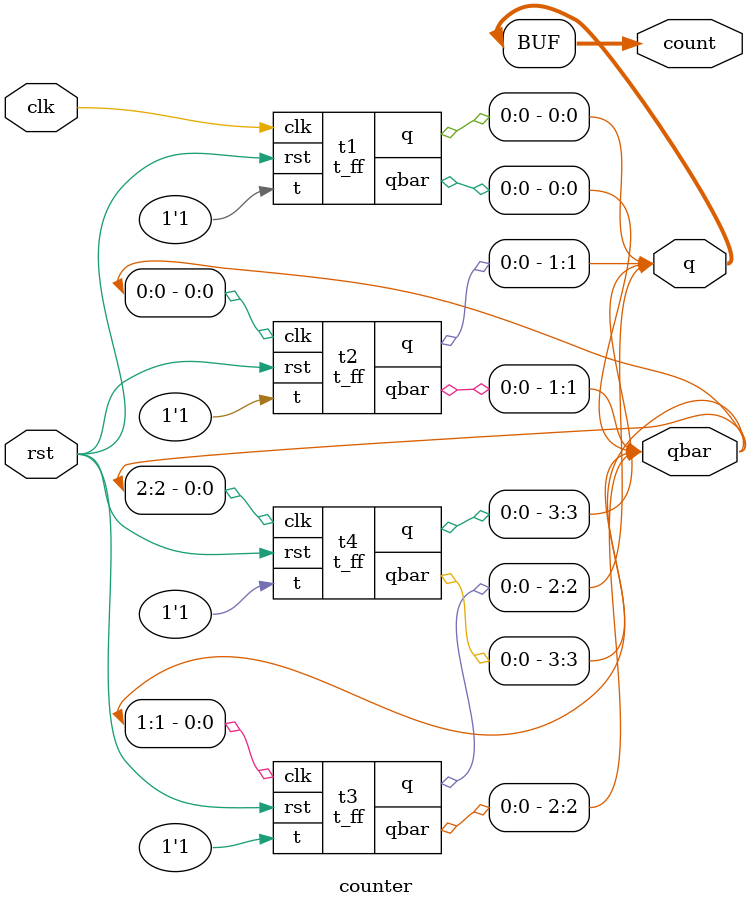
<source format=v>
module t_ff(
input clk,rst,t,
output reg q,
output qbar);
assign qbar = ~q;
always @(posedge clk or posedge rst)
begin
if(rst)
q<= 1'b0;
else if (t) 
q<= ~q;
else
q<=q;
end
endmodule

module counter(
input clk,rst,
output [3:0]q,count,qbar);
t_ff t1(
.t(1'b1),
.clk(clk),
.rst(rst),
.q(q[0]),
.qbar(qbar[0]));

t_ff t2(
.t(1'b1),
.clk(qbar[0]),
.rst(rst),
.q(q[1]),
.qbar(qbar[1]));

t_ff t3(
.t(1'b1),
.clk(qbar[1]),
.rst(rst),
.q(q[2]),
.qbar(qbar[2]));

t_ff t4(
.t(1'b1),
.clk(qbar[2]),
.rst(rst),
.q(q[3]),
.qbar(qbar[3]));
assign count = q;
endmodule


</source>
